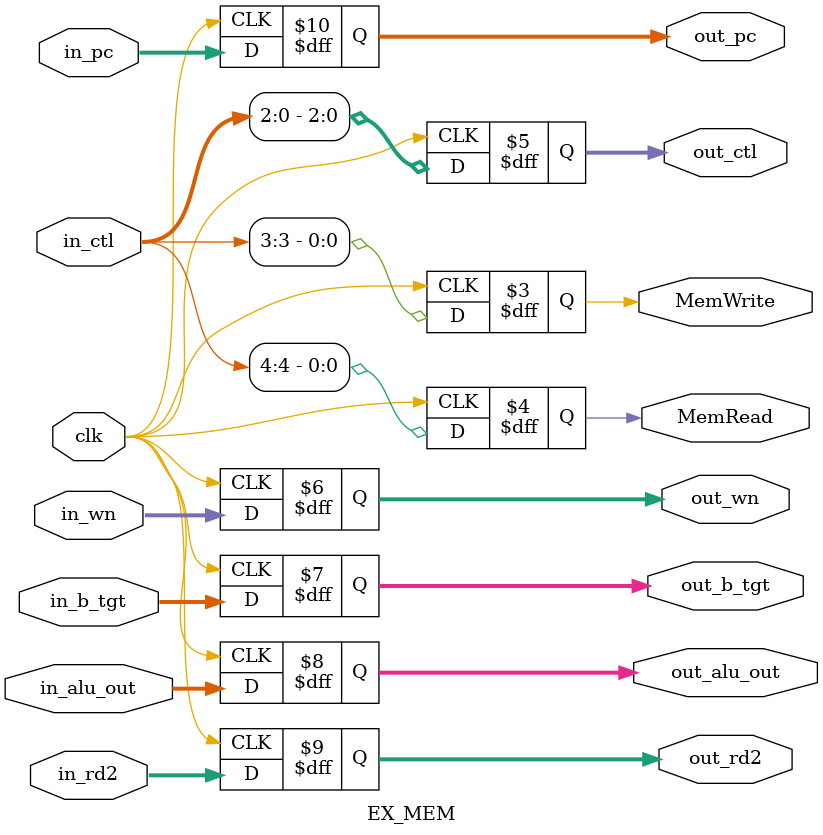
<source format=v>

				  
module EX_MEM( clk, in_ctl, MemWrite, MemRead, out_ctl, in_b_tgt, in_alu_out, in_rd2, in_wn, in_pc,
				out_b_tgt, out_alu_out, out_rd2, out_wn, out_pc ) ;
	input clk ;
	input [4:0] in_wn ;
	input [4:0] in_ctl ; 
	input [31:0] in_b_tgt, in_alu_out, in_rd2, in_pc ;
	
	output MemWrite, MemRead;
	output [2:0] out_ctl ;
	output [4:0] out_wn ;
	output [31:0] out_b_tgt, out_alu_out, out_rd2, out_pc ;

	
	reg MemWrite, MemRead;
	reg [2:0] out_ctl ;
	reg [4:0] out_wn ;
	reg [31:0] out_b_tgt, out_alu_out, out_rd2, out_pc ;
	initial begin
		MemRead = 1'b0 ;
		MemWrite = 1'b0 ;
		out_ctl = 3'b0 ;
		out_wn = 5'b0 ;
		out_b_tgt = 32'b0 ;
		out_alu_out = 32'b0 ;
		out_rd2 = 32'b0;
		out_pc = 32'b0 ;
	end
	
	always @( posedge clk ) begin
		
		MemRead = in_ctl[4] ;
		MemWrite = in_ctl[3] ;
		out_ctl = in_ctl[2:0] ;
		out_wn = in_wn ;
		out_b_tgt = in_b_tgt ;
		out_alu_out = in_alu_out ;
		out_rd2 = in_rd2;
		out_pc = in_pc ;

	end
	
endmodule
</source>
